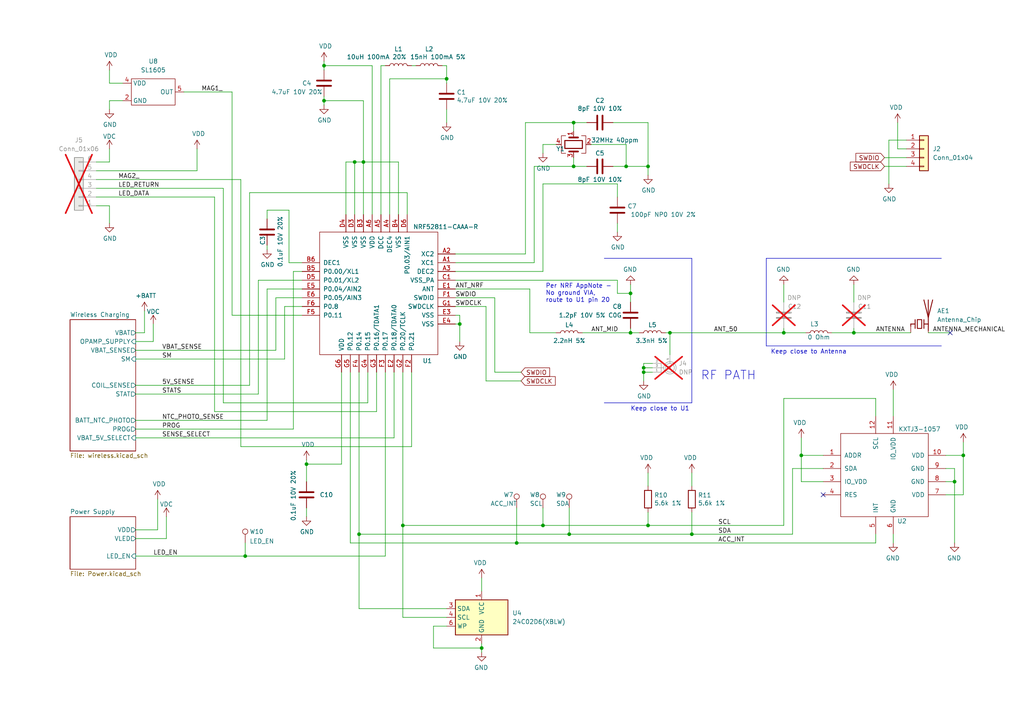
<source format=kicad_sch>
(kicad_sch (version 20250114) (generator "eeschema") (generator_version "9.0")
  (paper "A4")
  (title_block (title "Pixels D20 Schematic, Main") (date "2022-08-26") (rev "13") (company "Systemic Games, LLC") (comment 1 "Main MCU, Accelerometer and Radio"))
  (lib_symbols
    (symbol "Connector_Generic:Conn_01x04" (pin_names (offset 1.016) (hide yes))
      (property "Reference" "J" (at 0 5.08 0))
      (property "Value" "Conn_01x04" (at 0 -7.62 0))
      (symbol "Conn_01x04_1_1"
        (rectangle (start -1.27 3.81) (end 1.27 -6.35) (stroke (width 0.254)) (fill (type background)))
        (rectangle (start -1.27 2.667) (end 0 2.413) (stroke (width 0.1524)))
        (rectangle (start -1.27 0.127) (end 0 -0.127) (stroke (width 0.1524)))
        (rectangle (start -1.27 -2.413) (end 0 -2.667) (stroke (width 0.1524)))
        (rectangle (start -1.27 -4.953) (end 0 -5.207) (stroke (width 0.1524)))
        (pin passive line (at -5.08 2.54 0) (length 3.81) (name "Pin_1") (number "1"))
        (pin passive line (at -5.08 0 0) (length 3.81) (name "Pin_2") (number "2"))
        (pin passive line (at -5.08 -2.54 0) (length 3.81) (name "Pin_3") (number "3"))
        (pin passive line (at -5.08 -5.08 0) (length 3.81) (name "Pin_4") (number "4"))
      )
    )
    (symbol "Connector_Generic:Conn_01x06" (pin_names (offset 1.016) (hide yes))
      (property "Reference" "J" (at 0 7.62 0))
      (property "Value" "Conn_01x06" (at 0 -10.16 0))
      (symbol "Conn_01x06_1_1"
        (rectangle (start -1.27 6.35) (end 1.27 -8.89) (stroke (width 0.254)) (fill (type background)))
        (rectangle (start -1.27 5.207) (end 0 4.953) (stroke (width 0.1524)))
        (rectangle (start -1.27 2.667) (end 0 2.413) (stroke (width 0.1524)))
        (rectangle (start -1.27 0.127) (end 0 -0.127) (stroke (width 0.1524)))
        (rectangle (start -1.27 -2.413) (end 0 -2.667) (stroke (width 0.1524)))
        (rectangle (start -1.27 -4.953) (end 0 -5.207) (stroke (width 0.1524)))
        (rectangle (start -1.27 -7.493) (end 0 -7.747) (stroke (width 0.1524)))
        (pin passive line (at -5.08 5.08 0) (length 3.81) (name "Pin_1") (number "1"))
        (pin passive line (at -5.08 2.54 0) (length 3.81) (name "Pin_2") (number "2"))
        (pin passive line (at -5.08 0 0) (length 3.81) (name "Pin_3") (number "3"))
        (pin passive line (at -5.08 -2.54 0) (length 3.81) (name "Pin_4") (number "4"))
        (pin passive line (at -5.08 -5.08 0) (length 3.81) (name "Pin_5") (number "5"))
        (pin passive line (at -5.08 -7.62 0) (length 3.81) (name "Pin_6") (number "6"))
      )
    )
    (symbol "Device:Antenna_Chip" (pin_numbers (hide yes)) (pin_names (offset 1.016) (hide yes))
      (property "Reference" "AE" (at 0 5.08 0))
      (property "Value" "Antenna_Chip" (at 0 3.175 0))
      (symbol "Antenna_Chip_0_1"
        (polyline (pts (xy -2.54 0) (xy -2.54 -0.635)) (stroke (width 0.254)))
        (polyline (pts (xy -2.54 0) (xy -1.27 0)) (stroke (width 0.254)))
        (polyline (pts (xy -1.27 1.27) (xy -1.27 -1.27) (xy -1.27 0)) (stroke (width 0.254)))
        (polyline (pts (xy -0.635 1.27) (xy 0.635 1.27) (xy 0.635 -1.27) (xy -0.635 -1.27) (xy -0.635 1.27)) (stroke (width 0.254)))
        (polyline (pts (xy 1.27 1.27) (xy 1.27 -1.27)) (stroke (width 0.254)))
        (polyline (pts (xy 1.27 0) (xy 2.54 0)) (stroke (width 0.254)))
        (polyline (pts (xy 2.54 6.985) (xy 2.54 -1.905)) (stroke (width 0.254)))
        (polyline (pts (xy 2.54 -0.635) (xy 2.54 0)))
        (polyline (pts (xy 3.81 6.985) (xy 2.54 1.905) (xy 1.27 6.985)) (stroke (width 0.254)))
      )
      (symbol "Antenna_Chip_1_1"
        (pin input line (at -2.54 -2.54 90) (length 2.54) (name "FEED") (number "1"))
        (pin passive line (at 2.54 -2.54 90) (length 2.54) (name "PCB_Trace") (number "2"))
      )
    )
    (symbol "Device:C" (pin_numbers (hide yes)) (pin_names (offset 0.254))
      (property "Reference" "C" (at 0.635 2.54 0))
      (property "Value" "C" (at 0.635 -2.54 0))
      (symbol "C_0_1"
        (polyline (pts (xy -2.032 0.762) (xy 2.032 0.762)) (stroke (width 0.508)))
        (polyline (pts (xy -2.032 -0.762) (xy 2.032 -0.762)) (stroke (width 0.508)))
      )
      (symbol "C_1_1"
        (pin passive line (at 0 3.81 270) (length 2.794) (name "~") (number "1"))
        (pin passive line (at 0 -3.81 90) (length 2.794) (name "~") (number "2"))
      )
    )
    (symbol "Device:Crystal_GND24" (pin_names (offset 1.016) (hide yes))
      (property "Reference" "Y" (at 3.175 5.08 0))
      (property "Value" "Crystal_GND24" (at 3.175 3.175 0))
      (symbol "Crystal_GND24_0_1"
        (polyline (pts (xy -2.54 2.286) (xy -2.54 3.556) (xy 2.54 3.556) (xy 2.54 2.286)))
        (polyline (pts (xy -2.54 0) (xy -2.032 0)))
        (polyline (pts (xy -2.54 -2.286) (xy -2.54 -3.556) (xy 2.54 -3.556) (xy 2.54 -2.286)))
        (polyline (pts (xy -2.032 -1.27) (xy -2.032 1.27)) (stroke (width 0.508)))
        (rectangle (start -1.143 2.54) (end 1.143 -2.54) (stroke (width 0.3048)))
        (polyline (pts (xy 0 3.556) (xy 0 3.81)))
        (polyline (pts (xy 0 -3.81) (xy 0 -3.556)))
        (polyline (pts (xy 2.032 0) (xy 2.54 0)))
        (polyline (pts (xy 2.032 -1.27) (xy 2.032 1.27)) (stroke (width 0.508)))
      )
      (symbol "Crystal_GND24_1_1"
        (pin passive line (at -3.81 0 0) (length 1.27) (name "1") (number "1"))
        (pin passive line (at 0 5.08 270) (length 1.27) (name "2") (number "2"))
        (pin passive line (at 0 -5.08 90) (length 1.27) (name "4") (number "4"))
        (pin passive line (at 3.81 0 180) (length 1.27) (name "3") (number "3"))
      )
    )
    (symbol "Device:L" (pin_numbers (hide yes)) (pin_names (offset 1.016) (hide yes))
      (property "Reference" "L" (at -1.27 0 90))
      (property "Value" "L" (at 1.905 0 90))
      (symbol "L_0_1"
        (arc (start 0 2.54) (mid 0.6323 1.905) (end 0 1.27))
        (arc (start 0 1.27) (mid 0.6323 0.635) (end 0 0))
        (arc (start 0 0) (mid 0.6323 -0.635) (end 0 -1.27))
        (arc (start 0 -1.27) (mid 0.6323 -1.905) (end 0 -2.54))
      )
      (symbol "L_1_1"
        (pin passive line (at 0 3.81 270) (length 1.27) (name "1") (number "1"))
        (pin passive line (at 0 -3.81 90) (length 1.27) (name "2") (number "2"))
      )
    )
    (symbol "Device:R" (pin_numbers (hide yes)) (pin_names (offset 0))
      (property "Reference" "R" (at 2.032 0 90))
      (property "Value" "R" (at 0 0 90))
      (symbol "R_0_1"
        (rectangle (start -1.016 -2.54) (end 1.016 2.54) (stroke (width 0.254)))
      )
      (symbol "R_1_1"
        (pin passive line (at 0 3.81 270) (length 1.27) (name "~") (number "1"))
        (pin passive line (at 0 -3.81 90) (length 1.27) (name "~") (number "2"))
      )
    )
    (symbol "Pixels-dice:24C02D6(XBLW)"
      (property "Reference" "U" (at -6.35 6.35 0))
      (property "Value" "24C02D6(XBLW)" (at 1.27 6.35 0))
      (symbol "24C02D6(XBLW)_1_1"
        (rectangle (start -7.62 5.08) (end 7.62 -5.08) (stroke (width 0.254)) (fill (type background)))
        (pin power_in line (at 0 7.62 270) (length 2.54) (name "VCC") (number "1"))
        (pin power_in line (at 0 -7.62 90) (length 2.54) (name "GND") (number "2"))
        (pin bidirectional line (at 10.16 2.54 180) (length 2.54) (name "SDA") (number "3"))
        (pin input line (at 10.16 0 180) (length 2.54) (name "SCL") (number "4"))
        (pin input line (at 10.16 -2.54 180) (length 2.54) (name "WP") (number "6"))
      )
    )
    (symbol "Pixels-dice:KXTJ3-1057" (pin_names (offset 1.016))
      (property "Reference" "U" (at 10.16 -12.7 0))
      (property "Value" "KXTJ3-1057" (at 8.89 13.97 0))
      (symbol "KXTJ3-1057_0_1"
        (rectangle (start -12.7 12.7) (end 12.7 -11.43))
      )
      (symbol "KXTJ3-1057_1_1"
        (pin input line (at -17.78 6.35 0) (length 5.08) (name "ADDR") (number "1"))
        (pin bidirectional line (at -17.78 2.54 0) (length 5.08) (name "SDA") (number "2"))
        (pin power_in line (at -17.78 -1.27 0) (length 5.08) (name "IO_VDD") (number "3"))
        (pin passive line (at -17.78 -5.08 0) (length 5.08) (name "RES") (number "4"))
        (pin input line (at -2.54 17.78 270) (length 5.08) (name "SCL") (number "12"))
        (pin output line (at -2.54 -16.51 90) (length 5.08) (name "INT") (number "5"))
        (pin power_in line (at 2.54 17.78 270) (length 5.08) (name "IO_VDD") (number "11"))
        (pin power_in line (at 2.54 -16.51 90) (length 5.08) (name "GND") (number "6"))
        (pin power_in line (at 17.78 6.35 180) (length 5.08) (name "VDD") (number "10"))
        (pin power_in line (at 17.78 2.54 180) (length 5.08) (name "GND") (number "9"))
        (pin power_in line (at 17.78 -1.27 180) (length 5.08) (name "GND") (number "8"))
        (pin power_in line (at 17.78 -5.08 180) (length 5.08) (name "VDD") (number "7"))
      )
    )
    (symbol "Pixels-dice:NRF52811-CAAA-R" (pin_names (offset 1.016))
      (property "Reference" "U" (at 13.97 -19.05 0))
      (property "Value" "NRF52811-CAAA-R" (at -7.62 11.43 0))
      (symbol "NRF52811-CAAA-R_0_1"
        (rectangle (start -17.78 17.78) (end 16.51 -17.78))
      )
      (symbol "NRF52811-CAAA-R_1_1"
        (pin power_out line (at -22.86 8.89 0) (length 5.08) (name "DEC1") (number "B6"))
        (pin bidirectional line (at -22.86 6.35 0) (length 5.08) (name "P0.00/XL1") (number "B5"))
        (pin bidirectional line (at -22.86 3.81 0) (length 5.08) (name "P0.01/XL2") (number "D5"))
        (pin bidirectional line (at -22.86 1.27 0) (length 5.08) (name "P0.04/AIN2") (number "E5"))
        (pin bidirectional line (at -22.86 -1.27 0) (length 5.08) (name "P0.05/AIN3") (number "E6"))
        (pin bidirectional line (at -22.86 -3.81 0) (length 5.08) (name "P0.8") (number "F6"))
        (pin bidirectional line (at -22.86 -6.35 0) (length 5.08) (name "P0.11") (number "F5"))
        (pin power_in line (at -11.43 -22.86 90) (length 5.08) (name "VDD") (number "G6"))
        (pin power_in line (at -10.16 22.86 270) (length 5.08) (name "VSS") (number "D4"))
        (pin bidirectional line (at -8.89 -22.86 90) (length 5.08) (name "P0.12") (number "G5"))
        (pin power_in line (at -7.62 22.86 270) (length 5.08) (name "VSS") (number "D3"))
        (pin bidirectional line (at -6.35 -22.86 90) (length 5.08) (name "P0.14") (number "F4"))
        (pin power_in line (at -5.08 22.86 270) (length 5.08) (name "VSS") (number "B3"))
        (pin bidirectional line (at -3.81 -22.86 90) (length 5.08) (name "P0.15") (number "G4"))
        (pin power_in line (at -2.54 22.86 270) (length 5.08) (name "VDD") (number "A6"))
        (pin bidirectional line (at -1.27 -22.86 90) (length 5.08) (name "P0.16/TDATA1") (number "G3"))
        (pin output line (at 0 22.86 270) (length 5.08) (name "DCC") (number "A5"))
        (pin bidirectional line (at 1.27 -22.86 90) (length 5.08) (name "P0.17") (number "F3"))
        (pin output line (at 2.54 22.86 270) (length 5.08) (name "DEC4") (number "A4"))
        (pin bidirectional line (at 3.81 -22.86 90) (length 5.08) (name "P0.18/TDATA0") (number "E2"))
        (pin output line (at 5.08 22.86 270) (length 5.08) (name "VSS") (number "B4"))
        (pin bidirectional line (at 6.35 -22.86 90) (length 5.08) (name "P0.20/TCLK") (number "G2"))
        (pin bidirectional line (at 7.62 22.86 270) (length 5.08) (name "P0.03/AIN1") (number "D6"))
        (pin bidirectional line (at 8.89 -22.86 90) (length 5.08) (name "P0.21") (number "F2"))
        (pin input line (at 21.59 11.43 180) (length 5.08) (name "XC2") (number "A2"))
        (pin output line (at 21.59 8.89 180) (length 5.08) (name "XC1") (number "A1"))
        (pin output line (at 21.59 6.35 180) (length 5.08) (name "DEC2") (number "A3"))
        (pin power_in line (at 21.59 3.81 180) (length 5.08) (name "VSS_PA") (number "C1"))
        (pin output line (at 21.59 1.27 180) (length 5.08) (name "ANT") (number "E1"))
        (pin bidirectional line (at 21.59 -1.27 180) (length 5.08) (name "SWDIO") (number "F1"))
        (pin bidirectional line (at 21.59 -3.81 180) (length 5.08) (name "SWDCLK") (number "G1"))
        (pin power_in line (at 21.59 -6.35 180) (length 5.08) (name "VSS") (number "E3"))
        (pin power_in line (at 21.59 -8.89 180) (length 5.08) (name "VSS") (number "E4"))
      )
    )
    (symbol "Pixels-dice:SL1605"
      (property "Reference" "U" (at 4.064 -5.08 0))
      (property "Value" "SL1605" (at 0 5.588 0))
      (symbol "SL1605_0_1"
        (rectangle (start -6.35 3.81) (end 6.35 -3.81))
      )
      (symbol "SL1605_1_1"
        (pin power_in line (at -8.89 2.54 0) (length 2.54) (name "VDD") (number "4"))
        (pin power_in line (at -8.89 -2.54 0) (length 2.54) (name "GND") (number "2"))
        (pin output line (at 8.89 0 180) (length 2.54) (name "OUT") (number "5"))
      )
    )
    (symbol "Pixels-dice:TEST_1P-conn" (pin_numbers (hide yes)) (pin_names (offset 0.762) (hide yes))
      (property "Reference" "W" (at 0 6.858 0))
      (property "Value" "TEST_1P-conn" (at 0 5.08 0))
      (symbol "TEST_1P-conn_0_1"
        (circle (center 0 3.302) (radius 0.762))
      )
      (symbol "TEST_1P-conn_1_1"
        (pin passive line (at 0 0 90) (length 2.54) (name "1") (number "1"))
      )
    )
    (symbol "Pixels-dice:W.FL"
      (property "Reference" "J" (at 3.81 -1.27 0))
      (property "Value" "W.FL" (at 4.445 1.27 0))
      (symbol "W.FL_0_1"
        (polyline (pts (xy -1.27 -2.54) (xy 1.27 -2.54)))
        (circle (center 0 0) (radius 1.27))
        (circle (center 0 0) (radius 1.7961))
        (polyline (pts (xy 0 -2.54) (xy 0 -1.905)))
      )
      (symbol "W.FL_1_1"
        (pin passive line (at -3.81 0 0) (length 2.54) (name "RF") (number "4"))
        (pin passive line (at -1.27 -5.08 90) (length 2.54) (name "") (number "2"))
        (pin passive line (at 0 -5.08 90) (length 2.54) (name "") (number "3"))
        (pin passive line (at 1.27 -5.08 90) (length 2.54) (name "") (number "1"))
      )
    )
    (symbol "power:+BATT" (power) (pin_names (offset 0))
      (property "Value" "+BATT" (at 0 3.556 0))
      (symbol "+BATT_0_1"
        (polyline (pts (xy -0.762 1.27) (xy 0 2.54)))
        (polyline (pts (xy 0 2.54) (xy 0.762 1.27)))
        (polyline (pts (xy 0 0) (xy 0 2.54)))
      )
      (symbol "+BATT_1_1"
        (pin power_in line (at 0 0 90) (length 0) (hide yes) (name "+BATT") (number "1"))
      )
    )
    (symbol "power:GND" (power) (pin_names (offset 0))
      (property "Value" "GND" (at 0 -3.81 0))
      (symbol "GND_0_1"
        (polyline (pts (xy 0 0) (xy 0 -1.27) (xy 1.27 -1.27) (xy 0 -2.54) (xy -1.27 -1.27) (xy 0 -1.27)))
      )
      (symbol "GND_1_1"
        (pin power_in line (at 0 0 270) (length 0) (hide yes) (name "GND") (number "1"))
      )
    )
    (symbol "power:VDC" (power) (pin_names (offset 0))
      (property "Value" "VDC" (at 0 6.35 0))
      (symbol "VDC_0_1"
        (polyline (pts (xy -0.762 1.27) (xy 0 2.54)))
        (polyline (pts (xy 0 2.54) (xy 0.762 1.27)))
        (polyline (pts (xy 0 0) (xy 0 2.54)))
      )
      (symbol "VDC_1_1"
        (pin power_in line (at 0 0 90) (length 0) (hide yes) (name "VDC") (number "1"))
      )
    )
    (symbol "power:VDD" (power) (pin_names (offset 0))
      (property "Value" "VDD" (at 0 3.81 0))
      (symbol "VDD_0_1"
        (polyline (pts (xy -0.762 1.27) (xy 0 2.54)))
        (polyline (pts (xy 0 2.54) (xy 0.762 1.27)))
        (polyline (pts (xy 0 0) (xy 0 2.54)))
      )
      (symbol "VDD_1_1"
        (pin power_in line (at 0 0 90) (length 0) (hide yes) (name "VDD") (number "1"))
      )
    )
  )
  (text "Per NRF AppNote -\nNo ground VIA,\nroute to U1 pin 20" (at 158.242 87.884 0) (effects (font (size 1.27 1.27)) (justify left bottom)))
  (text "RF PATH" (at 203.2 110.49 0) (effects (font (size 2.54 2.54)) (justify left bottom)))
  (text "Keep close to Antenna" (at 223.52 102.87 0) (effects (font (size 1.27 1.27)) (justify left bottom)))
  (text "Keep close to U1" (at 182.88 119.38 0) (effects (font (size 1.27 1.27)) (justify left bottom)))
  (junction (at 279.4 132.08))
  (junction (at 105.41 46.99))
  (junction (at 181.61 48.26))
  (junction (at 276.86 139.7))
  (junction (at 194.31 96.52))
  (junction (at 187.96 152.4))
  (junction (at 166.37 48.26))
  (junction (at 149.86 157.48))
  (junction (at 104.14 154.94))
  (junction (at 165.1 154.94))
  (junction (at 71.12 161.29))
  (junction (at 200.66 154.94))
  (junction (at 182.88 96.52))
  (junction (at 227.33 96.52))
  (junction (at 116.84 152.4))
  (junction (at 129.54 22.86))
  (junction (at 182.88 85.09))
  (junction (at 93.98 19.05))
  (junction (at 88.9 134.62))
  (junction (at 247.65 96.52))
  (junction (at 187.96 48.26))
  (junction (at 133.35 93.98))
  (junction (at 232.41 132.08))
  (junction (at 157.48 152.4))
  (junction (at 93.98 29.21))
  (junction (at 102.87 46.99))
  (junction (at 186.69 107.95))
  (junction (at 166.37 35.56))
  (junction (at 139.7 187.96))
  (junction (at 186.69 106.68))
  (no_connect (at 275.59 96.52))
  (no_connect (at 238.76 143.51))
  (wire (pts (xy 67.31 26.67) (xy 67.31 91.44)))
  (wire (pts (xy 105.41 29.21) (xy 93.98 29.21)))
  (wire (pts (xy 105.41 62.23) (xy 105.41 46.99)))
  (wire (pts (xy 125.73 187.96) (xy 139.7 187.96)))
  (wire (pts (xy 149.86 147.32) (xy 149.86 157.48)))
  (wire (pts (xy 181.61 41.91) (xy 181.61 48.26)))
  (wire (pts (xy 256.54 45.72) (xy 262.89 45.72)))
  (wire (pts (xy 154.94 76.2) (xy 154.94 48.26)))
  (wire (pts (xy 93.98 17.78) (xy 93.98 19.05)))
  (wire (pts (xy 232.41 139.7) (xy 232.41 132.08)))
  (wire (pts (xy 279.4 143.51) (xy 274.32 143.51)))
  (wire (pts (xy 48.26 149.86) (xy 48.26 156.21)))
  (wire (pts (xy 177.8 48.26) (xy 181.61 48.26)))
  (wire (pts (xy 140.97 110.49) (xy 151.13 110.49)))
  (wire (pts (xy 132.08 73.66) (xy 152.4 73.66)))
  (wire (pts (xy 74.93 81.28) (xy 87.63 81.28)))
  (wire (pts (xy 238.76 135.89) (xy 229.87 135.89)))
  (wire (pts (xy 77.47 83.82) (xy 77.47 121.92)))
  (polyline (pts (xy 222.25 74.93) (xy 222.25 100.33)))
  (wire (pts (xy 39.37 104.14) (xy 82.55 104.14)))
  (wire (pts (xy 129.54 176.53) (xy 104.14 176.53)))
  (wire (pts (xy 187.96 35.56) (xy 187.96 48.26)))
  (wire (pts (xy 166.37 35.56) (xy 170.18 35.56)))
  (wire (pts (xy 69.85 52.07) (xy 27.94 52.07)))
  (wire (pts (xy 189.23 106.68) (xy 186.69 106.68)))
  (wire (pts (xy 259.08 154.94) (xy 259.08 157.48)))
  (wire (pts (xy 39.37 114.3) (xy 74.93 114.3)))
  (polyline (pts (xy 222.25 100.33) (xy 273.05 100.33)))
  (wire (pts (xy 132.08 83.82) (xy 153.67 83.82)))
  (wire (pts (xy 39.37 156.21) (xy 48.26 156.21)))
  (wire (pts (xy 257.81 40.64) (xy 257.81 53.34)))
  (wire (pts (xy 116.84 152.4) (xy 116.84 179.07)))
  (wire (pts (xy 186.69 105.41) (xy 186.69 106.68)))
  (wire (pts (xy 27.94 57.15) (xy 62.23 57.15)))
  (wire (pts (xy 118.11 55.88) (xy 118.11 62.23)))
  (wire (pts (xy 116.84 107.95) (xy 116.84 152.4)))
  (wire (pts (xy 129.54 31.75) (xy 129.54 35.56)))
  (wire (pts (xy 39.37 111.76) (xy 72.39 111.76)))
  (wire (pts (xy 111.76 19.05) (xy 110.49 19.05)))
  (wire (pts (xy 71.12 157.48) (xy 71.12 161.29)))
  (wire (pts (xy 88.9 134.62) (xy 88.9 139.7)))
  (wire (pts (xy 132.08 81.28) (xy 179.07 81.28)))
  (wire (pts (xy 77.47 83.82) (xy 87.63 83.82)))
  (wire (pts (xy 88.9 134.62) (xy 99.06 134.62)))
  (wire (pts (xy 149.86 157.48) (xy 254 157.48)))
  (wire (pts (xy 274.32 139.7) (xy 276.86 139.7)))
  (wire (pts (xy 39.37 127) (xy 114.3 127)))
  (wire (pts (xy 62.23 119.38) (xy 109.22 119.38)))
  (wire (pts (xy 152.4 73.66) (xy 152.4 35.56)))
  (wire (pts (xy 44.45 93.98) (xy 44.45 99.06)))
  (wire (pts (xy 179.07 85.09) (xy 182.88 85.09)))
  (wire (pts (xy 132.08 86.36) (xy 143.51 86.36)))
  (wire (pts (xy 102.87 46.99) (xy 105.41 46.99)))
  (wire (pts (xy 153.67 96.52) (xy 161.29 96.52)))
  (wire (pts (xy 133.35 91.44) (xy 133.35 93.98)))
  (wire (pts (xy 254 120.65) (xy 254 115.57)))
  (wire (pts (xy 88.9 134.62) (xy 88.9 133.35)))
  (wire (pts (xy 102.87 46.99) (xy 102.87 62.23)))
  (wire (pts (xy 116.84 152.4) (xy 157.48 152.4)))
  (wire (pts (xy 189.23 107.95) (xy 186.69 107.95)))
  (wire (pts (xy 143.51 107.95) (xy 151.13 107.95)))
  (wire (pts (xy 168.91 96.52) (xy 182.88 96.52)))
  (wire (pts (xy 62.23 57.15) (xy 62.23 119.38)))
  (wire (pts (xy 161.29 41.91) (xy 157.48 41.91)))
  (wire (pts (xy 85.09 78.74) (xy 87.63 78.74)))
  (wire (pts (xy 64.77 54.61) (xy 64.77 116.84)))
  (wire (pts (xy 80.01 86.36) (xy 80.01 101.6)))
  (wire (pts (xy 93.98 19.05) (xy 93.98 20.32)))
  (wire (pts (xy 53.34 26.67) (xy 67.31 26.67)))
  (wire (pts (xy 179.07 81.28) (xy 179.07 85.09)))
  (wire (pts (xy 129.54 22.86) (xy 129.54 24.13)))
  (wire (pts (xy 45.72 153.67) (xy 45.72 144.78)))
  (wire (pts (xy 186.69 106.68) (xy 186.69 107.95)))
  (wire (pts (xy 194.31 96.52) (xy 194.31 102.87)))
  (wire (pts (xy 125.73 181.61) (xy 125.73 187.96)))
  (wire (pts (xy 128.27 19.05) (xy 129.54 19.05)))
  (wire (pts (xy 129.54 22.86) (xy 113.03 22.86)))
  (wire (pts (xy 165.1 154.94) (xy 200.66 154.94)))
  (wire (pts (xy 57.15 43.18) (xy 57.15 49.53)))
  (wire (pts (xy 232.41 132.08) (xy 238.76 132.08)))
  (wire (pts (xy 101.6 157.48) (xy 149.86 157.48)))
  (wire (pts (xy 193.04 96.52) (xy 194.31 96.52)))
  (wire (pts (xy 177.8 35.56) (xy 187.96 35.56)))
  (wire (pts (xy 200.66 148.59) (xy 200.66 154.94)))
  (wire (pts (xy 31.75 20.32) (xy 31.75 24.13)))
  (wire (pts (xy 39.37 124.46) (xy 85.09 124.46)))
  (wire (pts (xy 274.32 135.89) (xy 276.86 135.89)))
  (wire (pts (xy 72.39 55.88) (xy 72.39 111.76)))
  (wire (pts (xy 279.4 132.08) (xy 279.4 143.51)))
  (wire (pts (xy 118.11 55.88) (xy 72.39 55.88)))
  (wire (pts (xy 74.93 114.3) (xy 74.93 81.28)))
  (polyline (pts (xy 175.26 116.84) (xy 200.66 116.84)))
  (wire (pts (xy 104.14 107.95) (xy 104.14 154.94)))
  (wire (pts (xy 256.54 48.26) (xy 262.89 48.26)))
  (wire (pts (xy 104.14 176.53) (xy 104.14 154.94)))
  (wire (pts (xy 100.33 62.23) (xy 100.33 46.99)))
  (wire (pts (xy 154.94 48.26) (xy 166.37 48.26)))
  (wire (pts (xy 247.65 82.55) (xy 247.65 87.63)))
  (wire (pts (xy 39.37 99.06) (xy 44.45 99.06)))
  (wire (pts (xy 232.41 132.08) (xy 232.41 127)))
  (wire (pts (xy 187.96 148.59) (xy 187.96 152.4)))
  (wire (pts (xy 260.35 43.18) (xy 262.89 43.18)))
  (wire (pts (xy 260.35 35.56) (xy 260.35 43.18)))
  (wire (pts (xy 227.33 96.52) (xy 233.68 96.52)))
  (wire (pts (xy 27.94 54.61) (xy 64.77 54.61)))
  (wire (pts (xy 194.31 96.52) (xy 227.33 96.52)))
  (wire (pts (xy 227.33 115.57) (xy 227.33 152.4)))
  (wire (pts (xy 257.81 40.64) (xy 262.89 40.64)))
  (wire (pts (xy 276.86 139.7) (xy 276.86 157.48)))
  (wire (pts (xy 139.7 167.64) (xy 139.7 171.45)))
  (polyline (pts (xy 200.66 74.93) (xy 200.66 116.84)))
  (wire (pts (xy 166.37 48.26) (xy 170.18 48.26)))
  (wire (pts (xy 132.08 91.44) (xy 133.35 91.44)))
  (wire (pts (xy 182.88 82.55) (xy 182.88 85.09)))
  (wire (pts (xy 35.56 29.21) (xy 31.75 29.21)))
  (wire (pts (xy 179.07 53.34) (xy 179.07 57.15)))
  (wire (pts (xy 88.9 147.32) (xy 88.9 149.86)))
  (wire (pts (xy 93.98 29.21) (xy 93.98 30.48)))
  (wire (pts (xy 119.38 107.95) (xy 119.38 129.54)))
  (wire (pts (xy 200.66 137.16) (xy 200.66 140.97)))
  (wire (pts (xy 157.48 152.4) (xy 187.96 152.4)))
  (wire (pts (xy 139.7 187.96) (xy 139.7 189.23)))
  (wire (pts (xy 152.4 35.56) (xy 166.37 35.56)))
  (wire (pts (xy 39.37 153.67) (xy 45.72 153.67)))
  (wire (pts (xy 31.75 29.21) (xy 31.75 31.75)))
  (wire (pts (xy 186.69 107.95) (xy 186.69 110.49)))
  (wire (pts (xy 39.37 121.92) (xy 77.47 121.92)))
  (wire (pts (xy 129.54 19.05) (xy 129.54 22.86)))
  (wire (pts (xy 200.66 154.94) (xy 229.87 154.94)))
  (wire (pts (xy 241.3 96.52) (xy 247.65 96.52)))
  (wire (pts (xy 71.12 161.29) (xy 111.76 161.29)))
  (wire (pts (xy 109.22 107.95) (xy 109.22 119.38)))
  (wire (pts (xy 85.09 78.74) (xy 85.09 124.46)))
  (wire (pts (xy 87.63 76.2) (xy 83.82 76.2)))
  (wire (pts (xy 227.33 82.55) (xy 227.33 87.63)))
  (wire (pts (xy 27.94 49.53) (xy 57.15 49.53)))
  (wire (pts (xy 107.95 19.05) (xy 93.98 19.05)))
  (wire (pts (xy 140.97 88.9) (xy 140.97 110.49)))
  (wire (pts (xy 105.41 46.99) (xy 105.41 29.21)))
  (wire (pts (xy 171.45 41.91) (xy 181.61 41.91)))
  (polyline (pts (xy 175.26 74.93) (xy 200.66 74.93)))
  (wire (pts (xy 64.77 116.84) (xy 106.68 116.84)))
  (wire (pts (xy 80.01 101.6) (xy 39.37 101.6)))
  (wire (pts (xy 106.68 107.95) (xy 106.68 116.84)))
  (wire (pts (xy 111.76 161.29) (xy 111.76 107.95)))
  (wire (pts (xy 31.75 43.18) (xy 31.75 46.99)))
  (wire (pts (xy 153.67 83.82) (xy 153.67 96.52)))
  (wire (pts (xy 82.55 104.14) (xy 82.55 88.9)))
  (polyline (pts (xy 222.25 74.93) (xy 273.05 74.93)))
  (wire (pts (xy 132.08 88.9) (xy 140.97 88.9)))
  (wire (pts (xy 165.1 147.32) (xy 165.1 154.94)))
  (wire (pts (xy 229.87 135.89) (xy 229.87 154.94)))
  (wire (pts (xy 77.47 71.12) (xy 77.47 72.39)))
  (wire (pts (xy 132.08 93.98) (xy 133.35 93.98)))
  (wire (pts (xy 115.57 62.23) (xy 115.57 46.99)))
  (wire (pts (xy 110.49 19.05) (xy 110.49 62.23)))
  (wire (pts (xy 100.33 46.99) (xy 102.87 46.99)))
  (wire (pts (xy 115.57 46.99) (xy 105.41 46.99)))
  (wire (pts (xy 157.48 147.32) (xy 157.48 152.4)))
  (wire (pts (xy 83.82 60.96) (xy 77.47 60.96)))
  (wire (pts (xy 182.88 95.25) (xy 182.88 96.52)))
  (wire (pts (xy 187.96 137.16) (xy 187.96 140.97)))
  (wire (pts (xy 143.51 86.36) (xy 143.51 107.95)))
  (wire (pts (xy 279.4 128.27) (xy 279.4 132.08)))
  (wire (pts (xy 31.75 59.69) (xy 27.94 59.69)))
  (wire (pts (xy 129.54 179.07) (xy 116.84 179.07)))
  (wire (pts (xy 69.85 129.54) (xy 69.85 52.07)))
  (wire (pts (xy 93.98 27.94) (xy 93.98 29.21)))
  (wire (pts (xy 157.48 53.34) (xy 157.48 78.74)))
  (wire (pts (xy 31.75 24.13) (xy 35.56 24.13)))
  (wire (pts (xy 254 154.94) (xy 254 157.48)))
  (wire (pts (xy 113.03 22.86) (xy 113.03 62.23)))
  (wire (pts (xy 181.61 48.26) (xy 187.96 48.26)))
  (wire (pts (xy 247.65 96.52) (xy 264.16 96.52)))
  (wire (pts (xy 71.12 161.29) (xy 39.37 161.29)))
  (wire (pts (xy 182.88 96.52) (xy 185.42 96.52)))
  (wire (pts (xy 39.37 96.52) (xy 41.91 96.52)))
  (wire (pts (xy 187.96 152.4) (xy 227.33 152.4)))
  (wire (pts (xy 101.6 107.95) (xy 101.6 157.48)))
  (wire (pts (xy 114.3 107.95) (xy 114.3 127)))
  (wire (pts (xy 67.31 91.44) (xy 87.63 91.44)))
  (wire (pts (xy 182.88 85.09) (xy 182.88 87.63)))
  (wire (pts (xy 179.07 64.77) (xy 179.07 67.31)))
  (wire (pts (xy 157.48 41.91) (xy 157.48 44.45)))
  (wire (pts (xy 119.38 19.05) (xy 120.65 19.05)))
  (wire (pts (xy 82.55 88.9) (xy 87.63 88.9)))
  (wire (pts (xy 187.96 48.26) (xy 187.96 50.8)))
  (wire (pts (xy 166.37 45.72) (xy 166.37 48.26)))
  (wire (pts (xy 133.35 93.98) (xy 133.35 99.06)))
  (wire (pts (xy 166.37 38.1) (xy 166.37 35.56)))
  (wire (pts (xy 279.4 132.08) (xy 274.32 132.08)))
  (wire (pts (xy 254 115.57) (xy 227.33 115.57)))
  (wire (pts (xy 179.07 53.34) (xy 157.48 53.34)))
  (wire (pts (xy 238.76 139.7) (xy 232.41 139.7)))
  (wire (pts (xy 247.65 95.25) (xy 247.65 96.52)))
  (wire (pts (xy 269.24 96.52) (xy 275.59 96.52)))
  (wire (pts (xy 83.82 60.96) (xy 83.82 76.2)))
  (wire (pts (xy 77.47 60.96) (xy 77.47 63.5)))
  (wire (pts (xy 107.95 19.05) (xy 107.95 62.23)))
  (wire (pts (xy 139.7 186.69) (xy 139.7 187.96)))
  (wire (pts (xy 129.54 181.61) (xy 125.73 181.61)))
  (wire (pts (xy 119.38 129.54) (xy 69.85 129.54)))
  (wire (pts (xy 31.75 59.69) (xy 31.75 64.77)))
  (wire (pts (xy 27.94 46.99) (xy 31.75 46.99)))
  (wire (pts (xy 276.86 135.89) (xy 276.86 139.7)))
  (wire (pts (xy 259.08 113.03) (xy 259.08 120.65)))
  (wire (pts (xy 189.23 105.41) (xy 186.69 105.41)))
  (wire (pts (xy 132.08 76.2) (xy 154.94 76.2)))
  (wire (pts (xy 99.06 107.95) (xy 99.06 134.62)))
  (wire (pts (xy 41.91 90.17) (xy 41.91 96.52)))
  (wire (pts (xy 80.01 86.36) (xy 87.63 86.36)))
  (wire (pts (xy 227.33 95.25) (xy 227.33 96.52)))
  (wire (pts (xy 132.08 78.74) (xy 157.48 78.74)))
  (wire (pts (xy 104.14 154.94) (xy 165.1 154.94)))
  (label "SM" (at 46.99 104.14 0))
  (label "ANTENNA_MECHANICAL" (at 270.51 96.52 0))
  (label "PROG" (at 46.99 124.46 0))
  (label "ACC_INT" (at 208.28 157.48 0))
  (label "ANT_50" (at 207.01 96.52 0))
  (label "SWDCLK" (at 132.08 88.9 0))
  (label "VBAT_SENSE" (at 46.99 101.6 0))
  (label "SENSE_SELECT" (at 46.99 127 0))
  (label "MAG2_" (at 34.29 52.07 0))
  (label "5V_SENSE" (at 46.99 111.76 0))
  (label "NTC_PHOTO_SENSE" (at 46.99 121.92 0))
  (label "ANT_NRF" (at 132.08 83.82 0))
  (label "SDA" (at 208.28 154.94 0))
  (label "LED_EN" (at 44.45 161.29 0))
  (label "ANTENNA" (at 254 96.52 0))
  (label "SWDIO" (at 132.08 86.36 0))
  (label "MAG1_" (at 58.42 26.67 0))
  (label "LED_RETURN" (at 34.29 54.61 0))
  (label "ANT_MID" (at 171.45 96.52 0))
  (label "LED_DATA" (at 34.29 57.15 0))
  (label "SCL" (at 208.28 152.4 0))
  (label "STATS" (at 46.99 114.3 0))
  (global_label "SWDIO" (shape input) (at 151.13 107.95 0) (property "Intersheetrefs" "${INTERSHEET_REFS}" (effects (hide yes))))
  (global_label "SWDCLK" (shape input) (at 256.54 48.26 180) (property "Intersheetrefs" "${INTERSHEET_REFS}" (effects (hide yes))))
  (global_label "SWDCLK" (shape input) (at 151.13 110.49 0) (property "Intersheetrefs" "${INTERSHEET_REFS}" (effects (hide yes))))
  (global_label "SWDIO" (shape input) (at 256.54 45.72 180) (property "Intersheetrefs" "${INTERSHEET_REFS}" (effects (hide yes))))
  (symbol (lib_id "power:GND") (at 88.9 149.86 0) (unit 1)
    (property "Reference" "#PWR016" (effects (hide yes)))
    (property "Value" "GND" (at 89.027 154.2542 0))
  )
  (symbol (lib_id "power:VDD") (at 88.9 133.35 0) (unit 1)
    (property "Reference" "#PWR014" (effects (hide yes)))
    (property "Value" "VDD" (at 89.3318 128.9558 0))
  )
  (symbol (lib_id "Device:C") (at 88.9 143.51 0) (unit 1)
    (property "Reference" "C10" (at 92.71 143.51 0) (effects (justify left)))
    (property "Value" "0.1uF 10V 20%" (at 85.09 151.13 90) (effects (justify left)))
    (property "Footprint" "Capacitor_SMD:C_0201_0603Metric" (effects (hide yes)))
    (property "Generic OK" "YES" (effects (hide yes)))
    (property "Manufacturer" "HRE" (effects (hide yes)))
    (property "LCSC Part Number" "C6119757" (effects (hide yes)))
    (property "Part Number" "CGA0201X5R104K100ET" (effects (hide yes)))
  )
  (symbol (lib_id "power:GND") (at 93.98 30.48 0) (unit 1)
    (property "Reference" "#PWR08" (effects (hide yes)))
    (property "Value" "GND" (at 94.107 34.8742 0))
  )
  (symbol (lib_id "power:VDD") (at 93.98 17.78 0) (unit 1)
    (property "Reference" "#PWR01" (effects (hide yes)))
    (property "Value" "VDD" (at 94.4118 13.3858 0))
  )
  (symbol (lib_id "Device:C") (at 93.98 24.13 0) (unit 1)
    (property "Reference" "C4" (at 87.63 24.13 0) (effects (justify left)))
    (property "Value" "4.7uF 10V 20%" (at 78.74 26.67 0) (effects (justify left)))
    (property "Footprint" "Pixels-dice:C_0402_1005Metric" (effects (hide yes)))
    (property "Generic OK" "YES" (effects (hide yes)))
    (property "Manufacturer" "Murata" (effects (hide yes)))
    (property "LCSC Part Number" "C1849652" (effects (hide yes)))
    (property "Part Number" "GRM155R61A475MEAAJ" (effects (hide yes)))
    (property "Alternate Manufacturer" "Samsung Electro-Mechanics" (effects (hide yes)))
    (property "Alternate PN" "CL05A475MP5NRNC" (effects (hide yes)))
    (property "JLCPCB Part Number" "C23733" (effects (hide yes)))
  )
  (symbol (lib_id "power:GND") (at 77.47 72.39 0) (unit 1)
    (property "Reference" "#PWR05" (effects (hide yes)))
    (property "Value" "GND" (at 77.597 76.7842 0))
  )
  (symbol (lib_id "Device:C") (at 77.47 67.31 0) (unit 1)
    (property "Reference" "C3" (at 76.2 71.12 90) (effects (justify left)))
    (property "Value" "0.1uF 10V 20%" (at 81.28 77.47 90) (effects (justify left)))
    (property "Footprint" "Capacitor_SMD:C_0201_0603Metric" (effects (hide yes)))
    (property "Generic OK" "YES" (effects (hide yes)))
    (property "Manufacturer" "HRE" (effects (hide yes)))
    (property "LCSC Part Number" "C6119757" (effects (hide yes)))
    (property "Part Number" "CGA0201X5R104K100ET" (effects (hide yes)))
  )
  (symbol (lib_id "Device:L") (at 115.57 19.05 90) (unit 1)
    (property "Reference" "L1" (at 115.57 14.224 90))
    (property "Value" "10uH 100mA 20%" (at 109.22 16.51 90))
    (property "Footprint" "Pixels-dice:C_1.2x1.8" (effects (hide yes)))
    (property "Generic OK" "YES" (effects (hide yes)))
    (property "Manufacturer" "EMTEK" (effects (hide yes)))
    (property "LCSC Part Number" "C252081" (effects (hide yes)))
    (property "Part Number" "LCD0603-100K-T" (effects (hide yes)))
    (property "Alternate Manufacturer" "Sunltech Tech" (effects (hide yes)))
    (property "Alternate PN" "SLC1608F100KTT" (effects (hide yes)))
    (property "JLCPCB Part Number" "C411908" (effects (hide yes)))
  )
  (symbol (lib_id "Device:L") (at 124.46 19.05 90) (unit 1)
    (property "Reference" "L2" (at 124.46 14.224 90))
    (property "Value" "15nH 100mA 5%" (at 127 16.51 90))
    (property "Footprint" "Inductor_SMD:L_0402_1005Metric" (effects (hide yes)))
    (property "Generic OK" "YES" (effects (hide yes)))
    (property "Manufacturer" "FH" (effects (hide yes)))
    (property "LCSC Part Number" "C381880" (effects (hide yes)))
    (property "Part Number" "VHF100505H15NKT" (effects (hide yes)))
  )
  (symbol (lib_id "Device:C") (at 129.54 27.94 0) (unit 1)
    (property "Reference" "C1" (at 132.461 26.7716 0) (effects (justify left)))
    (property "Value" "4.7uF 10V 20%" (at 132.461 29.083 0) (effects (justify left)))
    (property "Footprint" "Pixels-dice:C_0402_1005Metric" (effects (hide yes)))
    (property "Generic OK" "YES" (effects (hide yes)))
    (property "Manufacturer" "Murata" (effects (hide yes)))
    (property "LCSC Part Number" "C1849652" (effects (hide yes)))
    (property "Part Number" "GRM155R61A475MEAAJ" (effects (hide yes)))
    (property "Alternate Manufacturer" "Samsung Electro-Mechanics" (effects (hide yes)))
    (property "Alternate PN" "CL05A475MP5NRNC" (effects (hide yes)))
    (property "JLCPCB Part Number" "C23733" (effects (hide yes)))
  )
  (symbol (lib_id "power:GND") (at 129.54 35.56 0) (unit 1)
    (property "Reference" "#PWR03" (effects (hide yes)))
    (property "Value" "GND" (at 129.667 39.9542 0))
  )
  (symbol (lib_id "Device:Crystal_GND24") (at 166.37 41.91 270) (unit 1)
    (property "Reference" "Y1" (at 161.29 43.18 90) (effects (justify left)))
    (property "Value" "32MHz 40ppm" (at 171.45 40.64 90) (effects (justify left)))
    (property "Footprint" "Pixels-dice:SX16Y032000B81T001" (effects (hide yes)))
    (property "Generic OK" "YES" (effects (hide yes)))
    (property "Manufacturer" "TKD" (effects (hide yes)))
    (property "LCSC Part Number" "C20623629" (effects (hide yes)))
    (property "Part Number" "SX16Y032000B81T001" (effects (hide yes)))
    (property "Alternate Manufacturer" "TXC Corp" (effects (hide yes)))
    (property "Alternate PN" "8Q32000002" (effects (hide yes)))
    (property "JLCPCB Part Number" "C5203640" (effects (hide yes)))
  )
  (symbol (lib_id "Device:C") (at 173.99 35.56 270) (unit 1)
    (property "Reference" "C2" (at 173.99 29.1592 90))
    (property "Value" "8pF 10V 10%" (at 173.99 31.4706 90))
    (property "Footprint" "Capacitor_SMD:C_0201_0603Metric" (effects (hide yes)))
    (property "Generic OK" "YES" (effects (hide yes)))
    (property "Manufacturer" "FH (Guangdong Fenghua Advanced Tech)" (effects (hide yes)))
    (property "LCSC Part Number" "C501818" (effects (hide yes)))
    (property "Part Number" "0201CG8R0C500NT" (effects (hide yes)))
  )
  (symbol (lib_id "Device:C") (at 173.99 48.26 270) (unit 1)
    (property "Reference" "C5" (at 173.99 44.45 90))
    (property "Value" "8pF 10V 10%" (at 173.99 52.07 90))
    (property "Footprint" "Capacitor_SMD:C_0201_0603Metric" (effects (hide yes)))
    (property "Generic OK" "YES" (effects (hide yes)))
    (property "Manufacturer" "FH (Guangdong Fenghua Advanced Tech)" (effects (hide yes)))
    (property "LCSC Part Number" "C501818" (effects (hide yes)))
    (property "Part Number" "0201CG8R0C500NT" (effects (hide yes)))
  )
  (symbol (lib_id "power:GND") (at 187.96 50.8 0) (unit 1)
    (property "Reference" "#PWR09" (effects (hide yes)))
    (property "Value" "GND" (at 188.087 55.1942 0))
  )
  (symbol (lib_id "power:GND") (at 179.07 67.31 0) (unit 1)
    (property "Reference" "#PWR011" (effects (hide yes)))
    (property "Value" "GND" (at 179.197 71.7042 0))
  )
  (symbol (lib_id "Device:C") (at 179.07 60.96 0) (unit 1)
    (property "Reference" "C7" (at 181.991 59.7916 0) (effects (justify left)))
    (property "Value" "100pF NP0 10V 2%" (at 182.88 62.23 0) (effects (justify left)))
    (property "Footprint" "Capacitor_SMD:C_0201_0603Metric" (effects (hide yes)))
    (property "Generic OK" "YES" (effects (hide yes)))
    (property "Manufacturer" "HRE" (effects (hide yes)))
    (property "LCSC Part Number" "C20069263" (effects (hide yes)))
    (property "Part Number" "CGA0201C0G101J500ET" (effects (hide yes)))
    (property "Alternate Manufacturer" "EYANG(Shenzhen Eyang Tech Development)" (effects (hide yes)))
    (property "Alternate PN" "C0201C0G101J500NTA" (effects (hide yes)))
    (property "JLCPCB Part Number" "C115540" (effects (hide yes)))
  )
  (symbol (lib_id "Device:C") (at 182.88 91.44 180) (unit 1)
    (property "Reference" "C8" (at 180.34 88.9 0) (effects (justify left)))
    (property "Value" "1.2pF 10V 5% C0G" (at 180.34 91.44 0) (effects (justify left)))
    (property "Footprint" "Pixels-dice:0402_RF" (effects (hide yes)))
    (property "Generic OK" "YES" (effects (hide yes)))
    (property "Manufacturer" "HRE" (effects (hide yes)))
    (property "LCSC Part Number" "C20069293" (effects (hide yes)))
    (property "Part Number" "CGA0402C0G1R2C500GT" (effects (hide yes)))
    (property "Alternate Manufacturer" "EYANG(Shenzhen Eyang Tech Development)" (effects (hide yes)))
    (property "Alternate PN" "C0402C0G1R2B500NTB" (effects (hide yes)))
    (property "JLCPCB Part Number" "C140679" (effects (hide yes)))
  )
  (symbol (lib_id "power:GND") (at 182.88 82.55 180) (unit 1)
    (property "Reference" "#PWR012" (effects (hide yes)))
    (property "Value" "GND" (at 182.753 78.1558 0))
  )
  (symbol (lib_id "power:GND") (at 157.48 44.45 0) (unit 1)
    (property "Reference" "#PWR06" (effects (hide yes)))
    (property "Value" "GND" (at 157.607 48.8442 0))
  )
  (symbol (lib_id "power:VDD") (at 45.72 144.78 0) (unit 1)
    (property "Reference" "#PWR021" (effects (hide yes)))
    (property "Value" "VDD" (at 46.1518 140.3858 0))
  )
  (symbol (lib_id "Pixels-dice:TEST_1P-conn") (at 149.86 147.32 0) (unit 1) (in_bom no)
    (property "Reference" "W7" (at 146.05 143.51 0) (effects (justify left)))
    (property "Value" "ACC_INT" (at 142.24 146.05 0) (effects (justify left)))
    (property "Footprint" "Pixels-dice:TEST_PIN" (effects (hide yes)))
    (property "Generic OK" "N/A" (effects (hide yes)))
  )
  (symbol (lib_id "Pixels-dice:TEST_1P-conn") (at 157.48 147.32 0) (unit 1) (in_bom no)
    (property "Reference" "W8" (at 153.67 143.51 0) (effects (justify left)))
    (property "Value" "SCL" (at 153.67 146.05 0) (effects (justify left)))
    (property "Footprint" "Pixels-dice:TEST_PIN" (effects (hide yes)))
    (property "Generic OK" "N/A" (effects (hide yes)))
  )
  (symbol (lib_id "Pixels-dice:TEST_1P-conn") (at 165.1 147.32 0) (unit 1) (in_bom no)
    (property "Reference" "W9" (at 161.29 143.51 0) (effects (justify left)))
    (property "Value" "SDA" (at 161.29 146.05 0) (effects (justify left)))
    (property "Footprint" "Pixels-dice:TEST_PIN" (effects (hide yes)))
    (property "Generic OK" "N/A" (effects (hide yes)))
  )
  (symbol (lib_id "power:VDD") (at 260.35 35.56 0) (mirror y) (unit 1)
    (property "Reference" "#PWR018" (effects (hide yes)))
    (property "Value" "VDD" (at 259.9182 31.1658 0))
  )
  (symbol (lib_id "power:GND") (at 257.81 53.34 0) (unit 1)
    (property "Reference" "#PWR024" (effects (hide yes)))
    (property "Value" "GND" (at 257.937 57.7342 0))
  )
  (symbol (lib_id "Device:L") (at 189.23 96.52 90) (unit 1)
    (property "Reference" "L5" (at 189.23 94.234 90))
    (property "Value" "3.3nH 5%" (at 188.976 98.806 90))
    (property "Footprint" "Pixels-dice:0402_RF" (effects (hide yes)))
    (property "Generic OK" "YES" (effects (hide yes)))
    (property "Manufacturer" "FH" (effects (hide yes)))
    (property "LCSC Part Number" "C395065" (effects (hide yes)))
    (property "Part Number" "VHF100505HQ3N3ST" (effects (hide yes)))
  )
  (symbol (lib_id "Pixels-dice:KXTJ3-1057") (at 256.54 138.43 0) (unit 1)
    (property "Reference" "U2" (at 261.62 151.13 0))
    (property "Value" "KXTJ3-1057" (at 266.7 124.46 0))
    (property "Footprint" "Package_LGA:LGA-12_2x2mm_P0.5mm" (effects (hide yes)))
    (property "Manufacturer" "Kionix" (effects (hide yes)))
    (property "Generic OK" "NO" (effects (hide yes)))
    (property "LCSC Part Number" "C442603" (effects (hide yes)))
    (property "Part Number" "KXTJ3-1057" (effects (hide yes)))
  )
  (symbol (lib_id "power:VDD") (at 279.4 128.27 0) (mirror y) (unit 1)
    (property "Reference" "#PWR037" (effects (hide yes)))
    (property "Value" "VDD" (at 278.9682 123.8758 0))
  )
  (symbol (lib_id "power:GND") (at 259.08 157.48 0) (mirror y) (unit 1)
    (property "Reference" "#PWR047" (effects (hide yes)))
    (property "Value" "GND" (at 258.953 161.8742 0))
  )
  (symbol (lib_id "power:GND") (at 276.86 157.48 0) (mirror y) (unit 1)
    (property "Reference" "#PWR048" (effects (hide yes)))
    (property "Value" "GND" (at 276.733 161.8742 0))
  )
  (symbol (lib_id "power:VDD") (at 259.08 113.03 0) (mirror y) (unit 1)
    (property "Reference" "#PWR015" (effects (hide yes)))
    (property "Value" "VDD" (at 258.6482 108.6358 0))
  )
  (symbol (lib_id "power:VDD") (at 232.41 127 0) (mirror y) (unit 1)
    (property "Reference" "#PWR023" (effects (hide yes)))
    (property "Value" "VDD" (at 231.9782 122.6058 0))
  )
  (symbol (lib_id "power:GND") (at 227.33 82.55 180) (unit 1)
    (property "Reference" "#PWR049" (effects (hide yes)))
    (property "Value" "GND" (at 227.203 78.1558 0))
  )
  (symbol (lib_id "power:GND") (at 186.69 110.49 0) (unit 1)
    (property "Reference" "#PWR053" (effects (hide yes)))
    (property "Value" "GND" (at 186.817 114.8842 0))
  )
  (symbol (lib_id "power:VDD") (at 187.96 137.16 0) (mirror y) (unit 1)
    (property "Reference" "#PWR034" (effects (hide yes)))
    (property "Value" "VDD" (at 187.5282 132.7658 0))
  )
  (symbol (lib_id "power:VDD") (at 139.7 167.64 0) (mirror y) (unit 1)
    (property "Reference" "#PWR042" (effects (hide yes)))
    (property "Value" "VDD" (at 139.2682 163.2458 0))
  )
  (symbol (lib_id "Device:R") (at 200.66 144.78 0) (unit 1)
    (property "Reference" "R11" (at 202.438 143.6116 0) (effects (justify left)))
    (property "Value" "5.6k 1%" (at 202.438 145.923 0) (effects (justify left)))
    (property "Footprint" "Resistor_SMD:R_0201_0603Metric" (effects (hide yes)))
    (property "Generic OK" "YES" (effects (hide yes)))
    (property "Manufacturer" "UNI-ROYAL(Uniroyal Elec)" (effects (hide yes)))
    (property "LCSC Part Number" "C965305" (effects (hide yes)))
    (property "Part Number" "NQ01WMJ0562TEE" (effects (hide yes)))
  )
  (symbol (lib_id "Connector_Generic:Conn_01x06") (at 22.86 54.61 180) (unit 1) (dnp yes)
    (property "Reference" "J5" (at 22.86 40.64 0))
    (property "Value" "Conn_01x06" (at 22.86 43.18 0))
    (property "Footprint" "Pixels-dice:LED_CONNECTOR_6" (effects (hide yes)))
    (property "Description" "Generic connector, single row, 01x06, script generated (kicad-library-utils/schlib/autogen/connector/)" (effects (hide yes)))
  )
  (symbol (lib_id "Pixels-dice:24C02D6(XBLW)") (at 139.7 179.07 0) (mirror y) (unit 1)
    (property "Reference" "U4" (at 148.59 177.7999 0) (effects (justify right)))
    (property "Value" "24C02D6(XBLW)" (at 148.59 180.3399 0) (effects (justify right)))
    (property "Footprint" "Pixels-dice:DFN-6-1EP_2x2mm_P0.47" (effects (hide yes)))
    (property "Description" "I2C Serial EEPROM, 16Kb, DIP-8/SOIC-8/TSSOP-8/DFN-8" (effects (hide yes)))
    (property "LCSC Part Number" "C41408506" (effects (hide yes)))
    (property "Manufacturer" "XBLW" (effects (hide yes)))
    (property "Part Number" "24C02D6(XBLW)" (effects (hide yes)))
  )
  (symbol (lib_id "power:GND") (at 31.75 31.75 0) (unit 1)
    (property "Reference" "#PWR045" (effects (hide yes)))
    (property "Value" "GND" (at 31.877 36.1442 0))
  )
  (symbol (lib_id "power:VDC") (at 48.26 149.86 0) (unit 1)
    (property "Reference" "#PWR019" (effects (hide yes)))
    (property "Value" "VDC" (at 48.26 146.2555 0))
  )
  (symbol (lib_id "power:VDD") (at 200.66 137.16 0) (mirror y) (unit 1)
    (property "Reference" "#PWR036" (effects (hide yes)))
    (property "Value" "VDD" (at 200.2282 132.7658 0))
  )
  (symbol (lib_id "power:VDD") (at 57.15 43.18 0) (unit 1)
    (property "Reference" "#PWR030" (effects (hide yes)))
    (property "Value" "VDD" (at 57.5818 38.7858 0))
  )
  (symbol (lib_id "Device:R") (at 187.96 144.78 0) (unit 1)
    (property "Reference" "R10" (at 189.738 143.6116 0) (effects (justify left)))
    (property "Value" "5.6k 1%" (at 189.738 145.923 0) (effects (justify left)))
    (property "Footprint" "Resistor_SMD:R_0201_0603Metric" (effects (hide yes)))
    (property "Generic OK" "YES" (effects (hide yes)))
    (property "Manufacturer" "UNI-ROYAL(Uniroyal Elec)" (effects (hide yes)))
    (property "LCSC Part Number" "C965305" (effects (hide yes)))
    (property "Part Number" "NQ01WMJ0562TEE" (effects (hide yes)))
  )
  (symbol (lib_id "Device:Antenna_Chip") (at 266.7 93.98 0) (unit 1)
    (property "Reference" "AE1" (at 271.78 90.1699 0) (effects (justify left)))
    (property "Value" "Antenna_Chip" (at 271.78 92.7099 0) (effects (justify left)))
    (property "Footprint" "Pixels-dice:CHIP_ANT" (effects (hide yes)))
    (property "Generic OK" "NO" (effects (hide yes)))
    (property "Manufacturer" "Microgate" (effects (hide yes)))
    (property "LCSC Part Number" "C486319" (effects (hide yes)))
    (property "Part Number" "MGMA3216H2450-A02" (effects (hide yes)))
  )
  (symbol (lib_id "Device:L") (at 165.1 96.52 90) (unit 1)
    (property "Reference" "L4" (at 165.1 94.234 90))
    (property "Value" "2.2nH 5%" (at 165.1 98.806 90))
    (property "Footprint" "Pixels-dice:0402_RF" (effects (hide yes)))
    (property "Generic OK" "YES" (effects (hide yes)))
    (property "Manufacturer" "FH" (effects (hide yes)))
    (property "LCSC Part Number" "C395061" (effects (hide yes)))
    (property "Part Number" "VHF100505HQ2N2ST" (effects (hide yes)))
  )
  (symbol (lib_id "power:GND") (at 31.75 64.77 0) (unit 1)
    (property "Reference" "#PWR04" (effects (hide yes)))
    (property "Value" "GND" (at 31.877 69.1642 0))
  )
  (symbol (lib_id "Connector_Generic:Conn_01x04") (at 267.97 43.18 0) (unit 1) (in_bom no)
    (property "Reference" "J2" (at 270.51 43.1799 0) (effects (justify left)))
    (property "Value" "Conn_01x04" (at 270.51 45.7199 0) (effects (justify left)))
    (property "Footprint" "Pixels-dice:PROG_1.27" (effects (hide yes)))
    (property "Generic OK" "N/A" (effects (hide yes)))
  )
  (symbol (lib_id "Device:C") (at 227.33 91.44 180) (unit 1) (dnp yes)
    (property "Reference" "C12" (at 232.41 88.9 0) (effects (justify left)))
    (property "Value" "DNP" (at 232.41 86.36 0) (effects (justify left)))
    (property "Footprint" "Pixels-dice:0402_RF" (effects (hide yes)))
    (property "Generic OK" "YES" (effects (hide yes)))
  )
  (symbol (lib_id "Device:L") (at 237.49 96.52 90) (unit 1)
    (property "Reference" "L3" (at 236.22 93.98 90))
    (property "Value" "0 Ohm" (at 237.49 97.79 90))
    (property "Footprint" "Pixels-dice:0402_RF" (effects (hide yes)))
    (property "Generic OK" "YES" (effects (hide yes)))
    (property "Manufacturer" "UNI-ROYAL(Uniroyal Elec)" (effects (hide yes)))
    (property "Part Number" "0402WGJ0000TCE" (effects (hide yes)))
  )
  (symbol (lib_id "Device:C") (at 247.65 91.44 180) (unit 1) (dnp yes)
    (property "Reference" "C11" (at 252.73 88.9 0) (effects (justify left)))
    (property "Value" "DNP" (at 252.73 86.36 0) (effects (justify left)))
    (property "Footprint" "Pixels-dice:0402_RF" (effects (hide yes)))
    (property "Generic OK" "YES" (effects (hide yes)))
  )
  (symbol (lib_id "Pixels-dice:SL1605") (at 44.45 26.67 0) (unit 1)
    (property "Reference" "U8" (at 44.45 17.78 0))
    (property "Value" "SL1605" (at 44.45 20.32 0))
    (property "Footprint" "Package_TO_SOT_SMD:SOT-553" (effects (hide yes)))
  )
  (symbol (lib_id "power:GND") (at 139.7 189.23 0) (mirror y) (unit 1)
    (property "Reference" "#PWR07" (effects (hide yes)))
    (property "Value" "GND" (at 139.573 193.6242 0))
  )
  (symbol (lib_id "power:VDD") (at 31.75 20.32 0) (unit 1)
    (property "Reference" "#PWR044" (effects (hide yes)))
    (property "Value" "VDD" (at 32.1818 15.9258 0))
  )
  (symbol (lib_id "power:GND") (at 133.35 99.06 0) (unit 1)
    (property "Reference" "#PWR02" (effects (hide yes)))
    (property "Value" "GND" (at 133.477 103.4542 0))
  )
  (symbol (lib_id "Pixels-dice:NRF52811-CAAA-R") (at 110.49 85.09 0) (unit 1)
    (property "Reference" "U1" (at 123.952 104.648 0))
    (property "Value" "NRF52811-CAAA-R" (at 129.286 65.786 0))
    (property "Footprint" "Pixels-dice:WLCSP" (effects (hide yes)))
    (property "LCSC Part Number" "C3606661" (effects (hide yes)))
    (property "Manufacturer" "Nordic" (effects (hide yes)))
    (property "Part Number" "NRF52810-CAAA-R" (effects (hide yes)))
  )
  (symbol (lib_id "power:VDC") (at 31.75 43.18 0) (unit 1)
    (property "Reference" "#PWR010" (effects (hide yes)))
    (property "Value" "VDC" (at 31.75 39.5755 0))
  )
  (symbol (lib_id "power:+BATT") (at 41.91 90.17 0) (unit 1)
    (property "Reference" "#PWR0143" (effects (hide yes)))
    (property "Value" "+BATT" (at 42.291 85.7758 0))
  )
  (symbol (lib_id "Pixels-dice:TEST_1P-conn") (at 71.12 157.48 0) (unit 1) (in_bom no)
    (property "Reference" "W10" (at 72.39 154.178 0) (effects (justify left)))
    (property "Value" "LED_EN" (at 72.39 156.972 0) (effects (justify left)))
    (property "Footprint" "Pixels-dice:TEST_PIN" (effects (hide yes)))
    (property "Generic OK" "N/A" (effects (hide yes)))
  )
  (symbol (lib_id "Pixels-dice:W.FL") (at 194.31 106.68 270) (unit 1) (dnp yes)
    (property "Reference" "J4" (at 196.85 105.4099 90) (effects (justify left)))
    (property "Value" "DNP" (at 196.85 107.9499 90) (effects (justify left)))
    (property "Footprint" "RFFrontEnd:MFH3.RECE.20369.001E.01" (effects (hide yes)))
    (property "Generic OK" "N/A" (effects (hide yes)))
  )
  (symbol (lib_id "power:GND") (at 247.65 82.55 180) (unit 1)
    (property "Reference" "#PWR035" (effects (hide yes)))
    (property "Value" "GND" (at 247.523 78.1558 0))
  )
  (symbol (lib_id "power:VDC") (at 44.45 93.98 0) (unit 1)
    (property "Reference" "#PWR020" (effects (hide yes)))
    (property "Value" "VDC" (at 44.45 90.3755 0))
  )
  (sheet (at 20.32 149.86) (size 19.05 15.24)
    (property "Sheetname" "Power Supply" (at 20.32 149.1484 0) (effects (justify left bottom)))
    (property "Sheetfile" "Power.kicad_sch" (at 20.32 165.6846 0) (effects (justify left top)))
    (pin "VDD" output (at 39.37 153.67 0))
    (pin "VLED" output (at 39.37 156.21 0))
    (pin "LED_EN" input (at 39.37 161.29 0))
  )
  (sheet (at 20.32 92.71) (size 19.05 38.1) (stroke (width 0.1524))
    (property "Sheetname" "Wireless Charging" (at 20.32 91.9984 0) (effects (justify left bottom)))
    (property "Sheetfile" "wireless.kicad_sch" (at 20.32 131.3946 0) (effects (justify left top)))
    (pin "VBAT" output (at 39.37 96.52 0))
    (pin "STAT" output (at 39.37 114.3 0))
    (pin "PROG" output (at 39.37 124.46 0))
    (pin "VBAT_5V_SELECT" input (at 39.37 127 0))
    (pin "OPAMP_SUPPLY" input (at 39.37 99.06 0))
    (pin "BATT_NTC_PHOTO" output (at 39.37 121.92 0))
    (pin "COIL_SENSE" output (at 39.37 111.76 0))
    (pin "VBAT_SENSE" output (at 39.37 101.6 0))
    (pin "SM" input (at 39.37 104.14 0))
  )
)
</source>
